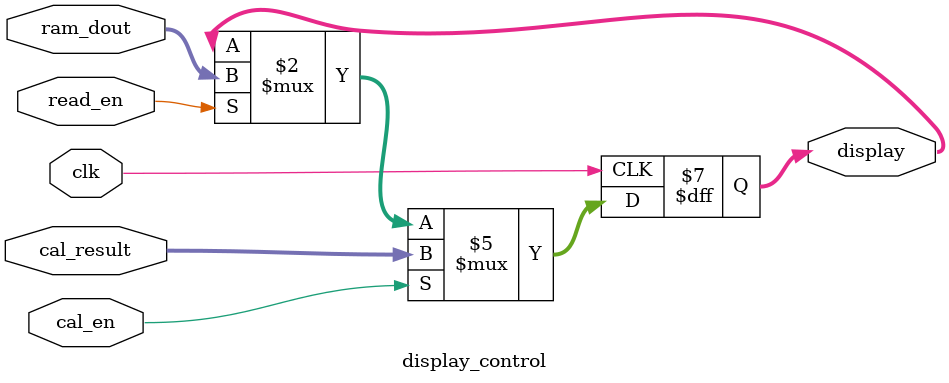
<source format=v>
`timescale 1ns / 1ps


module display_control(         // Module for display control. Shown calculate results or data stored in RAM.
    input clk,
    input cal_en,
    input read_en,
    input [7:0] cal_result,
    input [7:0] ram_dout,
    output reg [7:0]display
    );
    
    
always @(posedge clk)
begin
    if(cal_en) begin
        display <= cal_result;
    end
    else begin
        if(read_en) begin
            display <= ram_dout;
        end
    end
end
    
endmodule

</source>
